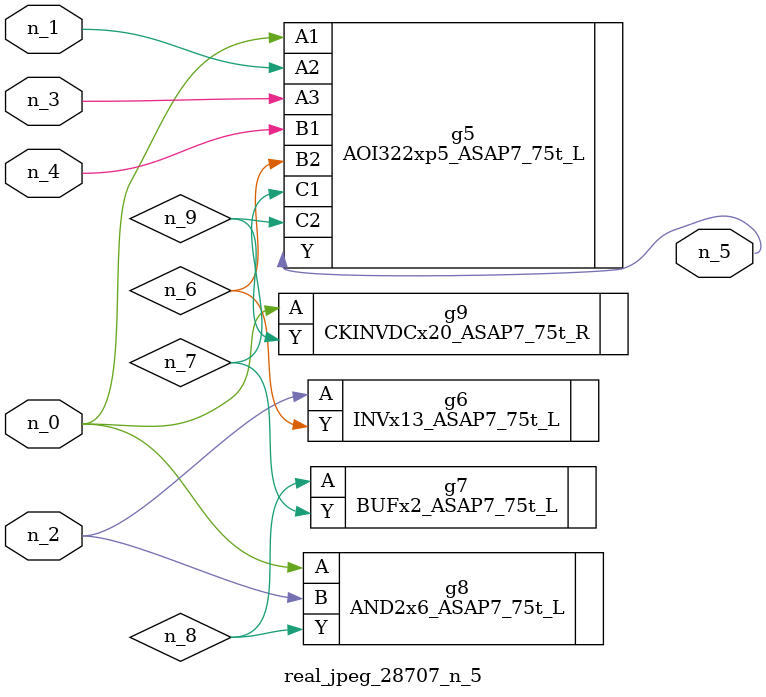
<source format=v>
module real_jpeg_28707_n_5 (n_4, n_0, n_1, n_2, n_3, n_5);

input n_4;
input n_0;
input n_1;
input n_2;
input n_3;

output n_5;

wire n_8;
wire n_6;
wire n_7;
wire n_9;

AOI322xp5_ASAP7_75t_L g5 ( 
.A1(n_0),
.A2(n_1),
.A3(n_3),
.B1(n_4),
.B2(n_6),
.C1(n_7),
.C2(n_9),
.Y(n_5)
);

AND2x6_ASAP7_75t_L g8 ( 
.A(n_0),
.B(n_2),
.Y(n_8)
);

CKINVDCx20_ASAP7_75t_R g9 ( 
.A(n_0),
.Y(n_9)
);

INVx13_ASAP7_75t_L g6 ( 
.A(n_2),
.Y(n_6)
);

BUFx2_ASAP7_75t_L g7 ( 
.A(n_8),
.Y(n_7)
);


endmodule
</source>
